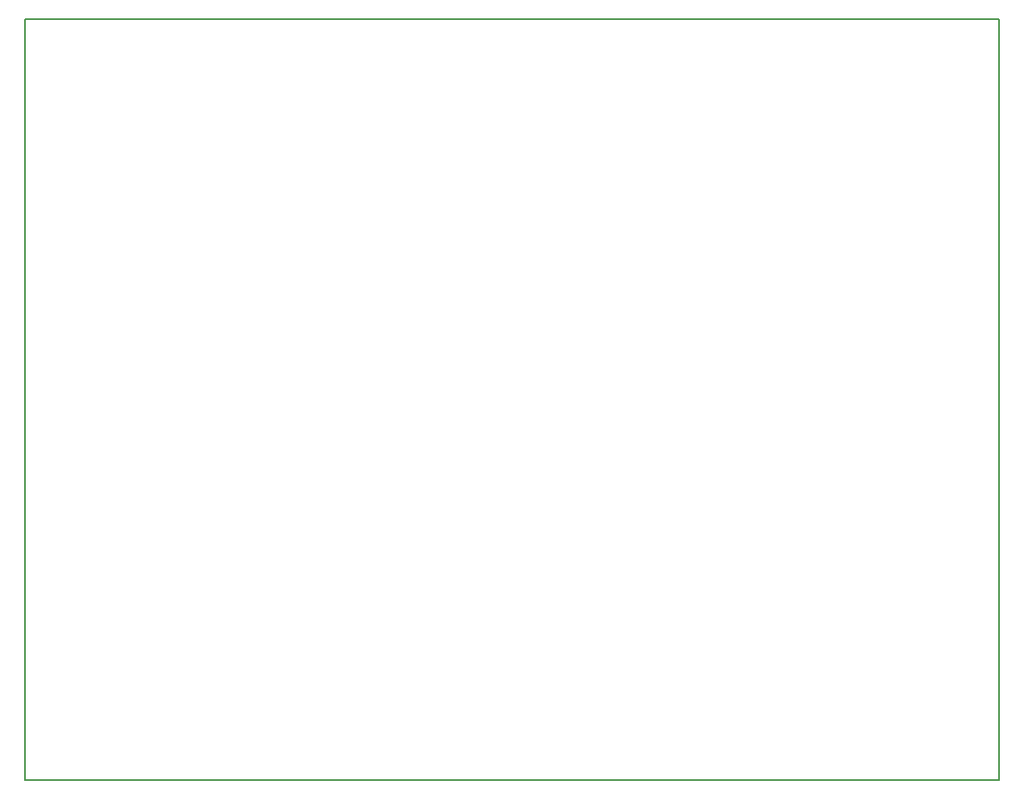
<source format=gbr>
%TF.GenerationSoftware,KiCad,Pcbnew,(5.1.9)-1*%
%TF.CreationDate,2021-09-01T12:14:14+02:00*%
%TF.ProjectId,scheda recinzione,73636865-6461-4207-9265-63696e7a696f,rev?*%
%TF.SameCoordinates,Original*%
%TF.FileFunction,Other,User*%
%FSLAX46Y46*%
G04 Gerber Fmt 4.6, Leading zero omitted, Abs format (unit mm)*
G04 Created by KiCad (PCBNEW (5.1.9)-1) date 2021-09-01 12:14:14*
%MOMM*%
%LPD*%
G01*
G04 APERTURE LIST*
%ADD10C,0.150000*%
G04 APERTURE END LIST*
D10*
X278130000Y-82550000D02*
X179070000Y-82550000D01*
X278130000Y-160020000D02*
X278130000Y-82550000D01*
X179070000Y-160020000D02*
X278130000Y-160020000D01*
X179070000Y-82550000D02*
X179070000Y-160020000D01*
M02*

</source>
